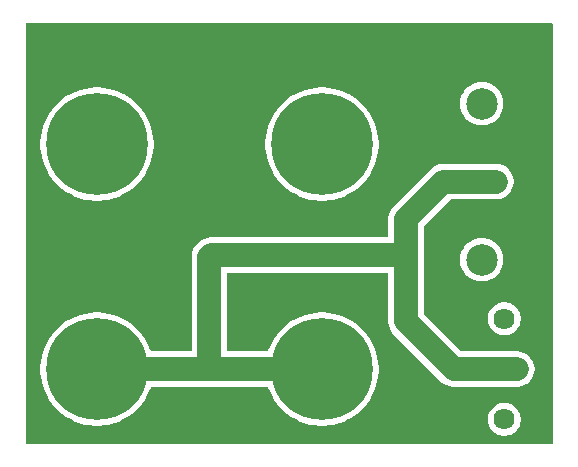
<source format=gbl>
%TF.GenerationSoftware,KiCad,Pcbnew,9.0.0-1.fc40*%
%TF.CreationDate,2025-03-13T13:33:29-07:00*%
%TF.ProjectId,HearingAidBattery-Holder,48656172-696e-4674-9169-644261747465,1.0*%
%TF.SameCoordinates,Original*%
%TF.FileFunction,Copper,L2,Bot*%
%TF.FilePolarity,Positive*%
%FSLAX46Y46*%
G04 Gerber Fmt 4.6, Leading zero omitted, Abs format (unit mm)*
G04 Created by KiCad (PCBNEW 9.0.0-1.fc40) date 2025-03-13 13:33:29*
%MOMM*%
%LPD*%
G01*
G04 APERTURE LIST*
%TA.AperFunction,ComponentPad*%
%ADD10C,2.670000*%
%TD*%
%TA.AperFunction,ComponentPad*%
%ADD11C,0.900000*%
%TD*%
%TA.AperFunction,ComponentPad*%
%ADD12C,8.600000*%
%TD*%
%TA.AperFunction,ComponentPad*%
%ADD13C,1.790000*%
%TD*%
%TA.AperFunction,ViaPad*%
%ADD14C,1.000000*%
%TD*%
%TA.AperFunction,Conductor*%
%ADD15C,2.000000*%
%TD*%
G04 APERTURE END LIST*
D10*
%TO.P,BT1,1,+*%
%TO.N,Net-(BT1-+)*%
X134177790Y-75315581D03*
X134177790Y-88525581D03*
%TD*%
D11*
%TO.P,H4,1,1*%
%TO.N,Net-(BT1--)*%
X117425000Y-97795581D03*
X118369581Y-95515162D03*
X118369581Y-100076000D03*
X120650000Y-94570581D03*
D12*
X120650000Y-97795581D03*
D11*
X120650000Y-101020581D03*
X122930419Y-95515162D03*
X122930419Y-100076000D03*
X123875000Y-97795581D03*
%TD*%
%TO.P,H3,1,1*%
%TO.N,Net-(BT1--)*%
X98375000Y-97795581D03*
X99319581Y-95515162D03*
X99319581Y-100076000D03*
X101600000Y-94570581D03*
D12*
X101600000Y-97795581D03*
D11*
X101600000Y-101020581D03*
X103880419Y-95515162D03*
X103880419Y-100076000D03*
X104825000Y-97795581D03*
%TD*%
D13*
%TO.P,BT2,1,+*%
%TO.N,Net-(BT1-+)*%
X136082790Y-93519419D03*
X136082790Y-102049419D03*
%TD*%
D11*
%TO.P,H2,1,1*%
%TO.N,Net-(BT1-+)*%
X98375000Y-78745581D03*
X99319581Y-76465162D03*
X99319581Y-81026000D03*
X101600000Y-75520581D03*
D12*
X101600000Y-78745581D03*
D11*
X101600000Y-81970581D03*
X103880419Y-76465162D03*
X103880419Y-81026000D03*
X104825000Y-78745581D03*
%TD*%
%TO.P,H1,1,1*%
%TO.N,Net-(BT1-+)*%
X117425000Y-78745581D03*
X118369581Y-76465162D03*
X118369581Y-81026000D03*
X120650000Y-75520581D03*
D12*
X120650000Y-78745581D03*
D11*
X120650000Y-81970581D03*
X122930419Y-76465162D03*
X122930419Y-81026000D03*
X123875000Y-78745581D03*
%TD*%
D14*
%TO.N,Net-(BT1--)*%
X135382000Y-81915000D03*
X137160000Y-97790000D03*
X109982000Y-97790000D03*
X112268000Y-97790000D03*
X135128000Y-97790000D03*
X133096000Y-81915000D03*
X136144000Y-97790000D03*
X111125000Y-97790000D03*
X134177790Y-81920581D03*
%TD*%
D15*
%TO.N,Net-(BT1--)*%
X131826000Y-97790000D02*
X137160000Y-97790000D01*
X135382000Y-81915000D02*
X134183371Y-81915000D01*
X134183371Y-81915000D02*
X134177790Y-81920581D01*
X134177790Y-81920581D02*
X130931419Y-81920581D01*
X130931419Y-81920581D02*
X127762000Y-85090000D01*
X127762000Y-85090000D02*
X127762000Y-88138000D01*
X111125000Y-88265000D02*
X111252000Y-88138000D01*
X127762000Y-93726000D02*
X127762000Y-88138000D01*
X111125000Y-97790000D02*
X117419419Y-97790000D01*
X111252000Y-88138000D02*
X127762000Y-88138000D01*
X111125000Y-97790000D02*
X111125000Y-88265000D01*
X117419419Y-97790000D02*
X117425000Y-97795581D01*
X131826000Y-97790000D02*
X127762000Y-93726000D01*
X104830581Y-97790000D02*
X104825000Y-97795581D01*
X111119419Y-97795581D02*
X111125000Y-97790000D01*
X104825000Y-97795581D02*
X111119419Y-97795581D01*
%TD*%
%TA.AperFunction,NonConductor*%
G36*
X140158539Y-68520185D02*
G01*
X140204294Y-68572989D01*
X140215500Y-68624500D01*
X140215500Y-104015500D01*
X140195815Y-104082539D01*
X140143011Y-104128294D01*
X140091500Y-104139500D01*
X95680500Y-104139500D01*
X95613461Y-104119815D01*
X95567706Y-104067011D01*
X95556500Y-104015500D01*
X95556500Y-97585983D01*
X96799500Y-97585983D01*
X96799500Y-98005178D01*
X96836035Y-98422771D01*
X96836035Y-98422775D01*
X96908824Y-98835579D01*
X96908828Y-98835596D01*
X97017316Y-99240483D01*
X97017319Y-99240493D01*
X97017320Y-99240494D01*
X97160691Y-99634403D01*
X97160694Y-99634410D01*
X97160695Y-99634412D01*
X97160698Y-99634420D01*
X97337843Y-100014307D01*
X97337848Y-100014317D01*
X97547443Y-100377345D01*
X97547447Y-100377351D01*
X97547454Y-100377362D01*
X97787879Y-100720725D01*
X97901291Y-100855883D01*
X98057329Y-101041841D01*
X98353740Y-101338252D01*
X98487255Y-101450285D01*
X98674855Y-101607701D01*
X99018218Y-101848126D01*
X99018225Y-101848130D01*
X99018236Y-101848138D01*
X99381264Y-102057733D01*
X99381273Y-102057737D01*
X99761160Y-102234882D01*
X99761164Y-102234883D01*
X99761178Y-102234890D01*
X100155087Y-102378261D01*
X100155093Y-102378262D01*
X100155097Y-102378264D01*
X100265359Y-102407808D01*
X100559992Y-102486755D01*
X100972812Y-102559546D01*
X101390404Y-102596080D01*
X101390405Y-102596081D01*
X101390406Y-102596081D01*
X101809595Y-102596081D01*
X101809595Y-102596080D01*
X102227188Y-102559546D01*
X102640008Y-102486755D01*
X103044913Y-102378261D01*
X103438822Y-102234890D01*
X103818736Y-102057733D01*
X104181764Y-101848138D01*
X104525143Y-101607702D01*
X104846260Y-101338252D01*
X105142671Y-101041841D01*
X105412121Y-100720724D01*
X105652557Y-100377345D01*
X105862152Y-100014317D01*
X106039309Y-99634403D01*
X106132752Y-99377669D01*
X106174179Y-99321406D01*
X106239447Y-99296471D01*
X106249274Y-99296081D01*
X111237511Y-99296081D01*
X111263108Y-99292027D01*
X111282505Y-99290500D01*
X115998695Y-99290500D01*
X116065734Y-99310185D01*
X116111489Y-99362989D01*
X116115217Y-99372090D01*
X116210688Y-99634398D01*
X116387843Y-100014307D01*
X116387848Y-100014317D01*
X116597443Y-100377345D01*
X116597447Y-100377351D01*
X116597454Y-100377362D01*
X116837879Y-100720725D01*
X116951291Y-100855883D01*
X117107329Y-101041841D01*
X117403740Y-101338252D01*
X117537255Y-101450285D01*
X117724855Y-101607701D01*
X118068218Y-101848126D01*
X118068225Y-101848130D01*
X118068236Y-101848138D01*
X118431264Y-102057733D01*
X118431273Y-102057737D01*
X118811160Y-102234882D01*
X118811164Y-102234883D01*
X118811178Y-102234890D01*
X119205087Y-102378261D01*
X119205093Y-102378262D01*
X119205097Y-102378264D01*
X119315359Y-102407808D01*
X119609992Y-102486755D01*
X120022812Y-102559546D01*
X120440404Y-102596080D01*
X120440405Y-102596081D01*
X120440406Y-102596081D01*
X120859595Y-102596081D01*
X120859595Y-102596080D01*
X121277188Y-102559546D01*
X121690008Y-102486755D01*
X122094913Y-102378261D01*
X122488822Y-102234890D01*
X122868736Y-102057733D01*
X123073363Y-101939591D01*
X134687290Y-101939591D01*
X134687290Y-102159247D01*
X134721652Y-102376199D01*
X134781225Y-102559546D01*
X134789531Y-102585107D01*
X134889254Y-102780823D01*
X135018356Y-102958520D01*
X135173688Y-103113852D01*
X135339971Y-103234661D01*
X135351389Y-103242957D01*
X135547104Y-103342679D01*
X135756010Y-103410557D01*
X135972962Y-103444919D01*
X135972963Y-103444919D01*
X136192617Y-103444919D01*
X136192618Y-103444919D01*
X136409570Y-103410557D01*
X136618476Y-103342679D01*
X136814191Y-103242957D01*
X136913964Y-103170468D01*
X136991891Y-103113852D01*
X136991893Y-103113849D01*
X136991897Y-103113847D01*
X137147218Y-102958526D01*
X137147220Y-102958522D01*
X137147223Y-102958520D01*
X137203839Y-102880593D01*
X137276328Y-102780820D01*
X137376050Y-102585105D01*
X137443928Y-102376199D01*
X137478290Y-102159247D01*
X137478290Y-101939591D01*
X137443928Y-101722639D01*
X137376050Y-101513733D01*
X137276328Y-101318018D01*
X137268032Y-101306600D01*
X137147223Y-101140317D01*
X136991891Y-100984985D01*
X136814194Y-100855883D01*
X136814193Y-100855882D01*
X136814191Y-100855881D01*
X136618476Y-100756159D01*
X136409570Y-100688281D01*
X136409568Y-100688280D01*
X136409567Y-100688280D01*
X136242910Y-100661884D01*
X136192618Y-100653919D01*
X135972962Y-100653919D01*
X135922669Y-100661884D01*
X135756013Y-100688280D01*
X135547101Y-100756160D01*
X135351385Y-100855883D01*
X135173688Y-100984985D01*
X135018356Y-101140317D01*
X134889254Y-101318014D01*
X134789531Y-101513730D01*
X134721651Y-101722642D01*
X134701775Y-101848138D01*
X134687290Y-101939591D01*
X123073363Y-101939591D01*
X123231764Y-101848138D01*
X123575143Y-101607702D01*
X123896260Y-101338252D01*
X124192671Y-101041841D01*
X124462121Y-100720724D01*
X124702557Y-100377345D01*
X124912152Y-100014317D01*
X125089309Y-99634403D01*
X125232680Y-99240494D01*
X125341174Y-98835589D01*
X125413965Y-98422769D01*
X125450500Y-98005175D01*
X125450500Y-97585987D01*
X125413965Y-97168393D01*
X125341174Y-96755573D01*
X125232680Y-96350668D01*
X125089309Y-95956759D01*
X124912152Y-95576845D01*
X124702557Y-95213817D01*
X124702549Y-95213806D01*
X124702545Y-95213799D01*
X124462120Y-94870436D01*
X124221646Y-94583852D01*
X124192671Y-94549321D01*
X123896260Y-94252910D01*
X123687058Y-94077368D01*
X123575144Y-93983460D01*
X123231781Y-93743035D01*
X123231770Y-93743028D01*
X123231764Y-93743024D01*
X123034697Y-93629247D01*
X122868742Y-93533432D01*
X122868726Y-93533424D01*
X122488839Y-93356279D01*
X122488831Y-93356276D01*
X122488829Y-93356275D01*
X122488822Y-93356272D01*
X122094913Y-93212901D01*
X122094912Y-93212900D01*
X122094902Y-93212897D01*
X121690015Y-93104409D01*
X121690018Y-93104409D01*
X121690008Y-93104407D01*
X121690002Y-93104405D01*
X121689998Y-93104405D01*
X121277192Y-93031616D01*
X120859597Y-92995081D01*
X120859594Y-92995081D01*
X120440406Y-92995081D01*
X120440402Y-92995081D01*
X120022809Y-93031616D01*
X120022805Y-93031616D01*
X119610001Y-93104405D01*
X119609984Y-93104409D01*
X119205097Y-93212897D01*
X119008132Y-93284586D01*
X118811178Y-93356272D01*
X118811174Y-93356273D01*
X118811168Y-93356276D01*
X118811160Y-93356279D01*
X118431273Y-93533424D01*
X118431257Y-93533432D01*
X118068244Y-93743019D01*
X118068218Y-93743035D01*
X117724855Y-93983460D01*
X117403737Y-94252912D01*
X117107331Y-94549318D01*
X116837879Y-94870436D01*
X116597454Y-95213799D01*
X116597438Y-95213825D01*
X116387851Y-95576838D01*
X116387843Y-95576854D01*
X116210698Y-95956741D01*
X116210695Y-95956749D01*
X116119279Y-96207911D01*
X116077852Y-96264175D01*
X116012584Y-96289110D01*
X116002757Y-96289500D01*
X112749500Y-96289500D01*
X112682461Y-96269815D01*
X112636706Y-96217011D01*
X112625500Y-96165500D01*
X112625500Y-89762500D01*
X112645185Y-89695461D01*
X112697989Y-89649706D01*
X112749500Y-89638500D01*
X126137500Y-89638500D01*
X126204539Y-89658185D01*
X126250294Y-89710989D01*
X126261500Y-89762500D01*
X126261500Y-93844097D01*
X126298446Y-94077368D01*
X126371433Y-94301996D01*
X126435904Y-94428526D01*
X126478657Y-94512434D01*
X126617483Y-94703510D01*
X130848490Y-98934517D01*
X131039567Y-99073343D01*
X131138991Y-99124002D01*
X131250003Y-99180566D01*
X131250005Y-99180566D01*
X131250008Y-99180568D01*
X131370412Y-99219689D01*
X131474631Y-99253553D01*
X131707903Y-99290500D01*
X131707908Y-99290500D01*
X137278097Y-99290500D01*
X137511368Y-99253553D01*
X137551593Y-99240483D01*
X137735992Y-99180568D01*
X137946433Y-99073343D01*
X138137510Y-98934517D01*
X138304517Y-98767510D01*
X138443343Y-98576433D01*
X138550568Y-98365992D01*
X138623553Y-98141368D01*
X138660500Y-97908097D01*
X138660500Y-97671902D01*
X138623553Y-97438631D01*
X138550566Y-97214003D01*
X138443342Y-97003566D01*
X138304517Y-96812490D01*
X138137510Y-96645483D01*
X137946433Y-96506657D01*
X137735996Y-96399433D01*
X137511368Y-96326446D01*
X137278097Y-96289500D01*
X137278092Y-96289500D01*
X132498889Y-96289500D01*
X132431850Y-96269815D01*
X132411208Y-96253181D01*
X129567618Y-93409591D01*
X134687290Y-93409591D01*
X134687290Y-93629246D01*
X134721651Y-93846195D01*
X134789531Y-94055107D01*
X134889254Y-94250823D01*
X135018356Y-94428520D01*
X135173688Y-94583852D01*
X135338386Y-94703510D01*
X135351389Y-94712957D01*
X135547104Y-94812679D01*
X135756010Y-94880557D01*
X135972962Y-94914919D01*
X135972963Y-94914919D01*
X136192617Y-94914919D01*
X136192618Y-94914919D01*
X136409570Y-94880557D01*
X136618476Y-94812679D01*
X136814191Y-94712957D01*
X136913964Y-94640468D01*
X136991891Y-94583852D01*
X136991893Y-94583849D01*
X136991897Y-94583847D01*
X137147218Y-94428526D01*
X137147220Y-94428522D01*
X137147223Y-94428520D01*
X137203839Y-94350593D01*
X137276328Y-94250820D01*
X137376050Y-94055105D01*
X137443928Y-93846199D01*
X137478290Y-93629247D01*
X137478290Y-93409591D01*
X137443928Y-93192639D01*
X137376050Y-92983733D01*
X137276328Y-92788018D01*
X137268032Y-92776600D01*
X137147223Y-92610317D01*
X136991891Y-92454985D01*
X136814194Y-92325883D01*
X136814193Y-92325882D01*
X136814191Y-92325881D01*
X136618476Y-92226159D01*
X136409570Y-92158281D01*
X136409568Y-92158280D01*
X136409567Y-92158280D01*
X136242910Y-92131884D01*
X136192618Y-92123919D01*
X135972962Y-92123919D01*
X135922669Y-92131884D01*
X135756013Y-92158280D01*
X135547101Y-92226160D01*
X135351385Y-92325883D01*
X135173688Y-92454985D01*
X135018356Y-92610317D01*
X134889254Y-92788014D01*
X134789531Y-92983730D01*
X134721651Y-93192642D01*
X134687290Y-93409591D01*
X129567618Y-93409591D01*
X129298819Y-93140792D01*
X129265334Y-93079469D01*
X129262500Y-93053111D01*
X129262500Y-88405282D01*
X132342290Y-88405282D01*
X132342290Y-88645879D01*
X132342291Y-88645895D01*
X132373695Y-88884434D01*
X132435973Y-89116856D01*
X132528043Y-89339134D01*
X132528051Y-89339151D01*
X132648348Y-89547510D01*
X132648359Y-89547526D01*
X132794825Y-89738405D01*
X132794831Y-89738412D01*
X132964958Y-89908539D01*
X132964964Y-89908544D01*
X133155853Y-90055018D01*
X133155860Y-90055022D01*
X133364219Y-90175319D01*
X133364224Y-90175321D01*
X133364227Y-90175323D01*
X133364231Y-90175324D01*
X133364236Y-90175327D01*
X133586514Y-90267397D01*
X133586516Y-90267397D01*
X133586522Y-90267400D01*
X133818933Y-90329675D01*
X134057485Y-90361081D01*
X134057492Y-90361081D01*
X134298088Y-90361081D01*
X134298095Y-90361081D01*
X134536647Y-90329675D01*
X134769058Y-90267400D01*
X134991353Y-90175323D01*
X135199727Y-90055018D01*
X135390616Y-89908544D01*
X135560753Y-89738407D01*
X135707227Y-89547518D01*
X135827532Y-89339144D01*
X135919609Y-89116849D01*
X135981884Y-88884438D01*
X136013290Y-88645886D01*
X136013290Y-88405276D01*
X135981884Y-88166724D01*
X135919609Y-87934313D01*
X135911042Y-87913631D01*
X135827536Y-87712027D01*
X135827528Y-87712010D01*
X135707231Y-87503651D01*
X135707227Y-87503644D01*
X135560753Y-87312755D01*
X135560748Y-87312749D01*
X135390621Y-87142622D01*
X135390614Y-87142616D01*
X135199735Y-86996150D01*
X135199733Y-86996148D01*
X135199727Y-86996144D01*
X135199722Y-86996141D01*
X135199719Y-86996139D01*
X134991360Y-86875842D01*
X134991343Y-86875834D01*
X134769065Y-86783764D01*
X134633477Y-86747433D01*
X134536647Y-86721487D01*
X134536646Y-86721486D01*
X134536643Y-86721486D01*
X134298104Y-86690082D01*
X134298101Y-86690081D01*
X134298095Y-86690081D01*
X134057485Y-86690081D01*
X134057479Y-86690081D01*
X134057475Y-86690082D01*
X133818936Y-86721486D01*
X133586514Y-86783764D01*
X133364236Y-86875834D01*
X133364219Y-86875842D01*
X133155860Y-86996139D01*
X133155844Y-86996150D01*
X132964965Y-87142616D01*
X132964958Y-87142622D01*
X132794831Y-87312749D01*
X132794825Y-87312756D01*
X132648359Y-87503635D01*
X132648348Y-87503651D01*
X132528051Y-87712010D01*
X132528043Y-87712027D01*
X132435973Y-87934305D01*
X132373695Y-88166727D01*
X132342291Y-88405266D01*
X132342290Y-88405282D01*
X129262500Y-88405282D01*
X129262500Y-85762889D01*
X129282185Y-85695850D01*
X129298819Y-85675208D01*
X131516627Y-83457400D01*
X131577950Y-83423915D01*
X131604308Y-83421081D01*
X134295882Y-83421081D01*
X134321479Y-83417027D01*
X134340876Y-83415500D01*
X135500097Y-83415500D01*
X135733368Y-83378553D01*
X135957992Y-83305568D01*
X136168433Y-83198343D01*
X136359510Y-83059517D01*
X136526517Y-82892510D01*
X136665343Y-82701433D01*
X136772568Y-82490992D01*
X136845553Y-82266368D01*
X136882500Y-82033097D01*
X136882500Y-81796902D01*
X136845553Y-81563631D01*
X136772566Y-81339003D01*
X136665342Y-81128566D01*
X136526517Y-80937490D01*
X136359510Y-80770483D01*
X136168433Y-80631657D01*
X135957996Y-80524433D01*
X135733368Y-80451446D01*
X135500097Y-80414500D01*
X135500092Y-80414500D01*
X134301463Y-80414500D01*
X134065279Y-80414500D01*
X134039682Y-80418554D01*
X134020285Y-80420081D01*
X130813322Y-80420081D01*
X130580050Y-80457027D01*
X130355422Y-80530014D01*
X130144984Y-80637238D01*
X129953907Y-80776065D01*
X126617484Y-84112488D01*
X126478657Y-84303565D01*
X126371433Y-84514003D01*
X126298446Y-84738631D01*
X126261500Y-84971902D01*
X126261500Y-86513500D01*
X126241815Y-86580539D01*
X126189011Y-86626294D01*
X126137500Y-86637500D01*
X111133903Y-86637500D01*
X110900634Y-86674446D01*
X110676005Y-86747433D01*
X110465565Y-86854657D01*
X110274488Y-86993484D01*
X109980484Y-87287488D01*
X109841657Y-87478565D01*
X109769730Y-87619731D01*
X109734434Y-87689003D01*
X109661446Y-87913631D01*
X109624500Y-88146902D01*
X109624500Y-96171081D01*
X109604815Y-96238120D01*
X109552011Y-96283875D01*
X109500500Y-96295081D01*
X106249274Y-96295081D01*
X106182235Y-96275396D01*
X106136480Y-96222592D01*
X106132752Y-96213492D01*
X106130721Y-96207911D01*
X106039309Y-95956759D01*
X105862152Y-95576845D01*
X105652557Y-95213817D01*
X105652549Y-95213806D01*
X105652545Y-95213799D01*
X105412120Y-94870436D01*
X105171646Y-94583852D01*
X105142671Y-94549321D01*
X104846260Y-94252910D01*
X104637058Y-94077368D01*
X104525144Y-93983460D01*
X104181781Y-93743035D01*
X104181770Y-93743028D01*
X104181764Y-93743024D01*
X103984697Y-93629247D01*
X103818742Y-93533432D01*
X103818726Y-93533424D01*
X103438839Y-93356279D01*
X103438831Y-93356276D01*
X103438829Y-93356275D01*
X103438822Y-93356272D01*
X103044913Y-93212901D01*
X103044912Y-93212900D01*
X103044902Y-93212897D01*
X102640015Y-93104409D01*
X102640018Y-93104409D01*
X102640008Y-93104407D01*
X102640002Y-93104405D01*
X102639998Y-93104405D01*
X102227192Y-93031616D01*
X101809597Y-92995081D01*
X101809594Y-92995081D01*
X101390406Y-92995081D01*
X101390402Y-92995081D01*
X100972809Y-93031616D01*
X100972805Y-93031616D01*
X100560001Y-93104405D01*
X100559984Y-93104409D01*
X100155097Y-93212897D01*
X99958132Y-93284586D01*
X99761178Y-93356272D01*
X99761174Y-93356273D01*
X99761168Y-93356276D01*
X99761160Y-93356279D01*
X99381273Y-93533424D01*
X99381257Y-93533432D01*
X99018244Y-93743019D01*
X99018218Y-93743035D01*
X98674855Y-93983460D01*
X98353737Y-94252912D01*
X98057331Y-94549318D01*
X97787879Y-94870436D01*
X97547454Y-95213799D01*
X97547438Y-95213825D01*
X97337851Y-95576838D01*
X97337843Y-95576854D01*
X97160698Y-95956741D01*
X97160695Y-95956749D01*
X97017316Y-96350678D01*
X96908828Y-96755565D01*
X96908824Y-96755582D01*
X96836035Y-97168386D01*
X96836035Y-97168390D01*
X96799500Y-97585983D01*
X95556500Y-97585983D01*
X95556500Y-78535983D01*
X96799500Y-78535983D01*
X96799500Y-78955178D01*
X96836035Y-79372771D01*
X96836035Y-79372775D01*
X96908824Y-79785579D01*
X96908828Y-79785596D01*
X97017316Y-80190483D01*
X97017319Y-80190493D01*
X97017320Y-80190494D01*
X97160691Y-80584403D01*
X97160694Y-80584410D01*
X97160695Y-80584412D01*
X97160698Y-80584420D01*
X97337843Y-80964307D01*
X97337851Y-80964323D01*
X97432678Y-81128567D01*
X97547443Y-81327345D01*
X97547447Y-81327351D01*
X97547454Y-81327362D01*
X97787879Y-81670725D01*
X97893755Y-81796902D01*
X98057329Y-81991841D01*
X98353740Y-82288252D01*
X98487255Y-82400285D01*
X98674855Y-82557701D01*
X99018218Y-82798126D01*
X99018225Y-82798130D01*
X99018236Y-82798138D01*
X99381264Y-83007733D01*
X99381273Y-83007737D01*
X99761160Y-83184882D01*
X99761164Y-83184883D01*
X99761178Y-83184890D01*
X100155087Y-83328261D01*
X100155093Y-83328262D01*
X100155097Y-83328264D01*
X100265359Y-83357808D01*
X100559992Y-83436755D01*
X100972812Y-83509546D01*
X101390404Y-83546080D01*
X101390405Y-83546081D01*
X101390406Y-83546081D01*
X101809595Y-83546081D01*
X101809595Y-83546080D01*
X102227188Y-83509546D01*
X102640008Y-83436755D01*
X103044913Y-83328261D01*
X103438822Y-83184890D01*
X103818736Y-83007733D01*
X104181764Y-82798138D01*
X104525143Y-82557702D01*
X104846260Y-82288252D01*
X105142671Y-81991841D01*
X105412121Y-81670724D01*
X105652557Y-81327345D01*
X105862152Y-80964317D01*
X106039309Y-80584403D01*
X106182680Y-80190494D01*
X106291174Y-79785589D01*
X106363965Y-79372769D01*
X106400500Y-78955175D01*
X106400500Y-78535987D01*
X106400500Y-78535983D01*
X115849500Y-78535983D01*
X115849500Y-78955178D01*
X115886035Y-79372771D01*
X115886035Y-79372775D01*
X115958824Y-79785579D01*
X115958828Y-79785596D01*
X116067316Y-80190483D01*
X116067319Y-80190493D01*
X116067320Y-80190494D01*
X116210691Y-80584403D01*
X116210694Y-80584410D01*
X116210695Y-80584412D01*
X116210698Y-80584420D01*
X116387843Y-80964307D01*
X116387851Y-80964323D01*
X116482678Y-81128567D01*
X116597443Y-81327345D01*
X116597447Y-81327351D01*
X116597454Y-81327362D01*
X116837879Y-81670725D01*
X116943755Y-81796902D01*
X117107329Y-81991841D01*
X117403740Y-82288252D01*
X117537255Y-82400285D01*
X117724855Y-82557701D01*
X118068218Y-82798126D01*
X118068225Y-82798130D01*
X118068236Y-82798138D01*
X118431264Y-83007733D01*
X118431273Y-83007737D01*
X118811160Y-83184882D01*
X118811164Y-83184883D01*
X118811178Y-83184890D01*
X119205087Y-83328261D01*
X119205093Y-83328262D01*
X119205097Y-83328264D01*
X119315359Y-83357808D01*
X119609992Y-83436755D01*
X120022812Y-83509546D01*
X120440404Y-83546080D01*
X120440405Y-83546081D01*
X120440406Y-83546081D01*
X120859595Y-83546081D01*
X120859595Y-83546080D01*
X121277188Y-83509546D01*
X121690008Y-83436755D01*
X122094913Y-83328261D01*
X122488822Y-83184890D01*
X122868736Y-83007733D01*
X123231764Y-82798138D01*
X123575143Y-82557702D01*
X123896260Y-82288252D01*
X124192671Y-81991841D01*
X124462121Y-81670724D01*
X124702557Y-81327345D01*
X124912152Y-80964317D01*
X125089309Y-80584403D01*
X125232680Y-80190494D01*
X125341174Y-79785589D01*
X125413965Y-79372769D01*
X125450500Y-78955175D01*
X125450500Y-78535987D01*
X125413965Y-78118393D01*
X125341174Y-77705573D01*
X125232680Y-77300668D01*
X125089309Y-76906759D01*
X125060515Y-76845011D01*
X124912156Y-76526854D01*
X124912148Y-76526838D01*
X124802848Y-76337526D01*
X124702557Y-76163817D01*
X124702549Y-76163806D01*
X124702545Y-76163799D01*
X124462120Y-75820436D01*
X124192668Y-75499318D01*
X123896262Y-75202912D01*
X123887162Y-75195276D01*
X132342290Y-75195276D01*
X132342290Y-75435886D01*
X132373696Y-75674438D01*
X132412816Y-75820436D01*
X132435973Y-75906856D01*
X132528043Y-76129134D01*
X132528051Y-76129151D01*
X132648348Y-76337510D01*
X132648359Y-76337526D01*
X132794825Y-76528405D01*
X132794831Y-76528412D01*
X132964958Y-76698539D01*
X132964964Y-76698544D01*
X133155853Y-76845018D01*
X133155860Y-76845022D01*
X133364219Y-76965319D01*
X133364224Y-76965321D01*
X133364227Y-76965323D01*
X133364231Y-76965324D01*
X133364236Y-76965327D01*
X133586514Y-77057397D01*
X133586516Y-77057397D01*
X133586522Y-77057400D01*
X133818933Y-77119675D01*
X134057485Y-77151081D01*
X134057492Y-77151081D01*
X134298088Y-77151081D01*
X134298095Y-77151081D01*
X134536647Y-77119675D01*
X134769058Y-77057400D01*
X134991353Y-76965323D01*
X135199727Y-76845018D01*
X135390616Y-76698544D01*
X135560753Y-76528407D01*
X135707227Y-76337518D01*
X135827532Y-76129144D01*
X135919609Y-75906849D01*
X135981884Y-75674438D01*
X136013290Y-75435886D01*
X136013290Y-75195276D01*
X135981884Y-74956724D01*
X135919609Y-74724313D01*
X135906653Y-74693035D01*
X135827536Y-74502027D01*
X135827528Y-74502010D01*
X135707231Y-74293651D01*
X135707227Y-74293644D01*
X135606905Y-74162901D01*
X135560754Y-74102756D01*
X135560748Y-74102749D01*
X135390621Y-73932622D01*
X135390614Y-73932616D01*
X135199735Y-73786150D01*
X135199733Y-73786148D01*
X135199727Y-73786144D01*
X135199722Y-73786141D01*
X135199719Y-73786139D01*
X134991360Y-73665842D01*
X134991343Y-73665834D01*
X134769065Y-73573764D01*
X134536643Y-73511486D01*
X134298104Y-73480082D01*
X134298101Y-73480081D01*
X134298095Y-73480081D01*
X134057485Y-73480081D01*
X134057479Y-73480081D01*
X134057475Y-73480082D01*
X133818936Y-73511486D01*
X133586514Y-73573764D01*
X133364236Y-73665834D01*
X133364219Y-73665842D01*
X133155860Y-73786139D01*
X133155844Y-73786150D01*
X132964965Y-73932616D01*
X132964958Y-73932622D01*
X132794831Y-74102749D01*
X132794825Y-74102756D01*
X132648359Y-74293635D01*
X132648348Y-74293651D01*
X132528051Y-74502010D01*
X132528043Y-74502027D01*
X132435973Y-74724305D01*
X132373695Y-74956727D01*
X132342291Y-75195266D01*
X132342290Y-75195276D01*
X123887162Y-75195276D01*
X123575144Y-74933460D01*
X123231781Y-74693035D01*
X123231770Y-74693028D01*
X123231764Y-74693024D01*
X122900949Y-74502027D01*
X122868742Y-74483432D01*
X122868726Y-74483424D01*
X122488839Y-74306279D01*
X122488831Y-74306276D01*
X122488829Y-74306275D01*
X122488822Y-74306272D01*
X122094913Y-74162901D01*
X122094912Y-74162900D01*
X122094902Y-74162897D01*
X121690015Y-74054409D01*
X121690018Y-74054409D01*
X121690008Y-74054407D01*
X121690002Y-74054405D01*
X121689998Y-74054405D01*
X121277192Y-73981616D01*
X120859597Y-73945081D01*
X120859594Y-73945081D01*
X120440406Y-73945081D01*
X120440402Y-73945081D01*
X120022809Y-73981616D01*
X120022805Y-73981616D01*
X119610001Y-74054405D01*
X119609984Y-74054409D01*
X119205097Y-74162897D01*
X119008132Y-74234586D01*
X118811178Y-74306272D01*
X118811174Y-74306273D01*
X118811168Y-74306276D01*
X118811160Y-74306279D01*
X118431273Y-74483424D01*
X118431257Y-74483432D01*
X118068244Y-74693019D01*
X118068218Y-74693035D01*
X117724855Y-74933460D01*
X117403737Y-75202912D01*
X117107331Y-75499318D01*
X116837879Y-75820436D01*
X116597454Y-76163799D01*
X116597438Y-76163825D01*
X116387851Y-76526838D01*
X116387843Y-76526854D01*
X116210698Y-76906741D01*
X116210695Y-76906749D01*
X116210692Y-76906755D01*
X116210691Y-76906759D01*
X116189374Y-76965327D01*
X116067316Y-77300678D01*
X115958828Y-77705565D01*
X115958824Y-77705582D01*
X115886035Y-78118386D01*
X115886035Y-78118390D01*
X115849500Y-78535983D01*
X106400500Y-78535983D01*
X106363965Y-78118393D01*
X106291174Y-77705573D01*
X106182680Y-77300668D01*
X106039309Y-76906759D01*
X106010515Y-76845011D01*
X105862156Y-76526854D01*
X105862148Y-76526838D01*
X105752848Y-76337526D01*
X105652557Y-76163817D01*
X105652549Y-76163806D01*
X105652545Y-76163799D01*
X105412120Y-75820436D01*
X105142668Y-75499318D01*
X104846262Y-75202912D01*
X104525144Y-74933460D01*
X104181781Y-74693035D01*
X104181770Y-74693028D01*
X104181764Y-74693024D01*
X103850949Y-74502027D01*
X103818742Y-74483432D01*
X103818726Y-74483424D01*
X103438839Y-74306279D01*
X103438831Y-74306276D01*
X103438829Y-74306275D01*
X103438822Y-74306272D01*
X103044913Y-74162901D01*
X103044912Y-74162900D01*
X103044902Y-74162897D01*
X102640015Y-74054409D01*
X102640018Y-74054409D01*
X102640008Y-74054407D01*
X102640002Y-74054405D01*
X102639998Y-74054405D01*
X102227192Y-73981616D01*
X101809597Y-73945081D01*
X101809594Y-73945081D01*
X101390406Y-73945081D01*
X101390402Y-73945081D01*
X100972809Y-73981616D01*
X100972805Y-73981616D01*
X100560001Y-74054405D01*
X100559984Y-74054409D01*
X100155097Y-74162897D01*
X99958132Y-74234586D01*
X99761178Y-74306272D01*
X99761174Y-74306273D01*
X99761168Y-74306276D01*
X99761160Y-74306279D01*
X99381273Y-74483424D01*
X99381257Y-74483432D01*
X99018244Y-74693019D01*
X99018218Y-74693035D01*
X98674855Y-74933460D01*
X98353737Y-75202912D01*
X98057331Y-75499318D01*
X97787879Y-75820436D01*
X97547454Y-76163799D01*
X97547438Y-76163825D01*
X97337851Y-76526838D01*
X97337843Y-76526854D01*
X97160698Y-76906741D01*
X97160695Y-76906749D01*
X97160692Y-76906755D01*
X97160691Y-76906759D01*
X97139374Y-76965327D01*
X97017316Y-77300678D01*
X96908828Y-77705565D01*
X96908824Y-77705582D01*
X96836035Y-78118386D01*
X96836035Y-78118390D01*
X96799500Y-78535983D01*
X95556500Y-78535983D01*
X95556500Y-68624500D01*
X95576185Y-68557461D01*
X95628989Y-68511706D01*
X95680500Y-68500500D01*
X140091500Y-68500500D01*
X140158539Y-68520185D01*
G37*
%TD.AperFunction*%
M02*

</source>
